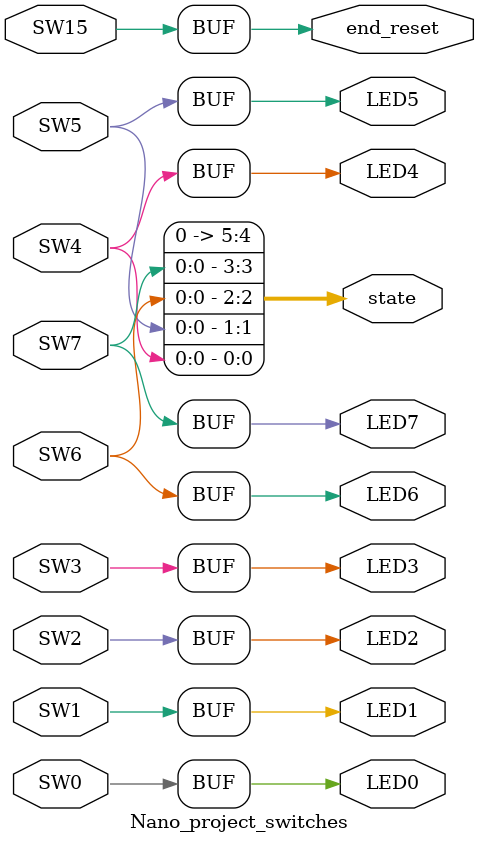
<source format=v>
`timescale 1ns / 1ps


module Nano_project_switches(
input SW0,SW1,SW2,SW3,SW4,SW5,SW6,SW7,SW15,


output reg [5:0] state,
output reg end_reset,
    
    output LED0,LED1,LED2,LED3,LED4,LED5,LED6,LED7
    
    );
    always @ (*) begin
			
			state = {SW7,SW6,SW5,SW4};
			end_reset = SW15;
			
			
        end
	assign LED0 = SW0;
    assign LED1 = SW1;
    assign LED2 = SW2;
    assign LED3 = SW3;
    assign LED4 = SW4;
    assign LED5 = SW5;
    assign LED6 = SW6;
    assign LED7 = SW7;
    
endmodule

</source>
